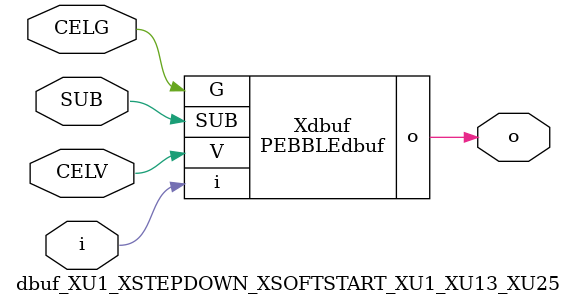
<source format=v>



module PEBBLEdbuf ( o, G, SUB, V, i );

  input V;
  input i;
  input G;
  output o;
  input SUB;
endmodule

//Celera Confidential Do Not Copy dbuf_XU1_XSTEPDOWN_XSOFTSTART_XU1_XU13_XU25
//Celera Confidential Symbol Generator
//Digital Buffer
module dbuf_XU1_XSTEPDOWN_XSOFTSTART_XU1_XU13_XU25 (CELV,CELG,i,o,SUB);
input CELV;
input CELG;
input i;
input SUB;
output o;

//Celera Confidential Do Not Copy dbuf
PEBBLEdbuf Xdbuf(
.V (CELV),
.i (i),
.o (o),
.SUB (SUB),
.G (CELG)
);
//,diesize,PEBBLEdbuf

//Celera Confidential Do Not Copy Module End
//Celera Schematic Generator
endmodule

</source>
